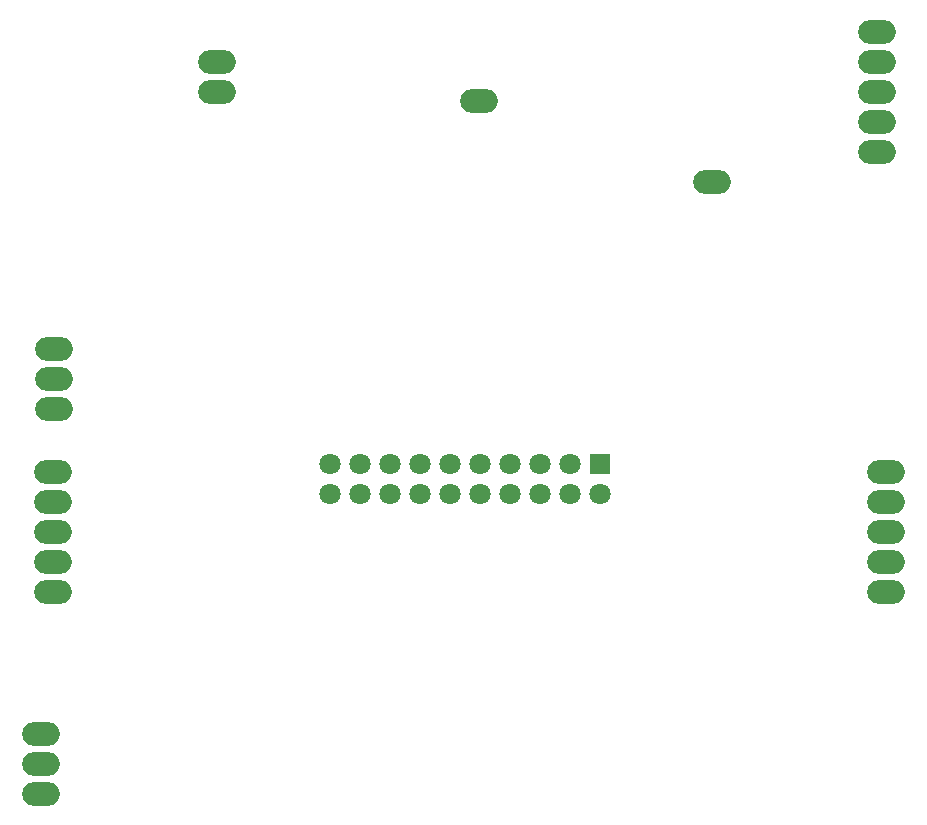
<source format=gbs>
G04*
G04 #@! TF.GenerationSoftware,Altium Limited,Altium Designer,18.1.8 (232)*
G04*
G04 Layer_Color=16711935*
%FSLAX25Y25*%
%MOIN*%
G70*
G01*
G75*
%ADD20O,0.12611X0.07887*%
%ADD21R,0.07099X0.07099*%
%ADD22C,0.07099*%
D20*
X66500Y239500D02*
D03*
X153707Y236500D02*
D03*
X231500Y209500D02*
D03*
X66500Y249500D02*
D03*
X7800Y25500D02*
D03*
Y5500D02*
D03*
Y15500D02*
D03*
X289513Y82547D02*
D03*
Y92547D02*
D03*
Y102547D02*
D03*
Y112547D02*
D03*
X289513Y72547D02*
D03*
X286500Y239500D02*
D03*
Y259500D02*
D03*
Y249500D02*
D03*
Y229500D02*
D03*
Y219500D02*
D03*
X12100Y133640D02*
D03*
Y143640D02*
D03*
Y153640D02*
D03*
X11873Y82657D02*
D03*
X11873Y102657D02*
D03*
X11873Y112657D02*
D03*
Y72658D02*
D03*
Y92658D02*
D03*
D21*
X194000Y115500D02*
D03*
D22*
X184000D02*
D03*
X174000D02*
D03*
X164000D02*
D03*
X154000D02*
D03*
X144000D02*
D03*
X134000D02*
D03*
X124000D02*
D03*
X114000D02*
D03*
X104000D02*
D03*
X194000Y105500D02*
D03*
X184000D02*
D03*
X174000D02*
D03*
X164000D02*
D03*
X154000D02*
D03*
X144000D02*
D03*
X134000D02*
D03*
X124000D02*
D03*
X114000D02*
D03*
X104000D02*
D03*
M02*

</source>
